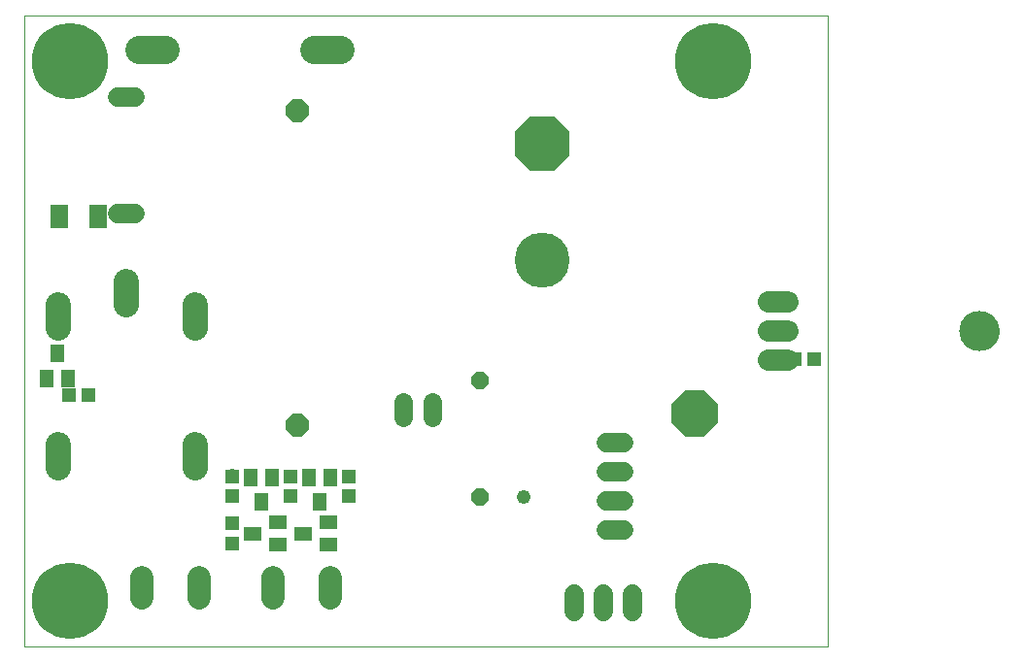
<source format=gbs>
G75*
%MOIN*%
%OFA0B0*%
%FSLAX25Y25*%
%IPPOS*%
%LPD*%
%AMOC8*
5,1,8,0,0,1.08239X$1,22.5*
%
%ADD10C,0.00000*%
%ADD11C,0.08600*%
%ADD12R,0.05131X0.04737*%
%ADD13C,0.06800*%
%ADD14C,0.09650*%
%ADD15C,0.07400*%
%ADD16C,0.13800*%
%ADD17R,0.04737X0.05131*%
%ADD18C,0.18900*%
%ADD19OC8,0.18900*%
%ADD20OC8,0.07850*%
%ADD21R,0.04737X0.06312*%
%ADD22R,0.06312X0.04737*%
%ADD23C,0.07850*%
%ADD24OC8,0.15800*%
%ADD25C,0.06400*%
%ADD26R,0.06312X0.07887*%
%ADD27OC8,0.06000*%
%ADD28C,0.26200*%
%ADD29C,0.04762*%
D10*
X0002474Y0011800D02*
X0002474Y0228335D01*
X0278065Y0228335D01*
X0278065Y0011800D01*
X0002474Y0011800D01*
X0323724Y0120068D02*
X0323726Y0120229D01*
X0323732Y0120389D01*
X0323742Y0120550D01*
X0323756Y0120710D01*
X0323774Y0120870D01*
X0323795Y0121029D01*
X0323821Y0121188D01*
X0323851Y0121346D01*
X0323884Y0121503D01*
X0323922Y0121660D01*
X0323963Y0121815D01*
X0324008Y0121969D01*
X0324057Y0122122D01*
X0324110Y0122274D01*
X0324166Y0122425D01*
X0324227Y0122574D01*
X0324290Y0122722D01*
X0324358Y0122868D01*
X0324429Y0123012D01*
X0324503Y0123154D01*
X0324581Y0123295D01*
X0324663Y0123433D01*
X0324748Y0123570D01*
X0324836Y0123704D01*
X0324928Y0123836D01*
X0325023Y0123966D01*
X0325121Y0124094D01*
X0325222Y0124219D01*
X0325326Y0124341D01*
X0325433Y0124461D01*
X0325543Y0124578D01*
X0325656Y0124693D01*
X0325772Y0124804D01*
X0325891Y0124913D01*
X0326012Y0125018D01*
X0326136Y0125121D01*
X0326262Y0125221D01*
X0326390Y0125317D01*
X0326521Y0125410D01*
X0326655Y0125500D01*
X0326790Y0125587D01*
X0326928Y0125670D01*
X0327067Y0125750D01*
X0327209Y0125826D01*
X0327352Y0125899D01*
X0327497Y0125968D01*
X0327644Y0126034D01*
X0327792Y0126096D01*
X0327942Y0126154D01*
X0328093Y0126209D01*
X0328246Y0126260D01*
X0328400Y0126307D01*
X0328555Y0126350D01*
X0328711Y0126389D01*
X0328867Y0126425D01*
X0329025Y0126456D01*
X0329183Y0126484D01*
X0329342Y0126508D01*
X0329502Y0126528D01*
X0329662Y0126544D01*
X0329822Y0126556D01*
X0329983Y0126564D01*
X0330144Y0126568D01*
X0330304Y0126568D01*
X0330465Y0126564D01*
X0330626Y0126556D01*
X0330786Y0126544D01*
X0330946Y0126528D01*
X0331106Y0126508D01*
X0331265Y0126484D01*
X0331423Y0126456D01*
X0331581Y0126425D01*
X0331737Y0126389D01*
X0331893Y0126350D01*
X0332048Y0126307D01*
X0332202Y0126260D01*
X0332355Y0126209D01*
X0332506Y0126154D01*
X0332656Y0126096D01*
X0332804Y0126034D01*
X0332951Y0125968D01*
X0333096Y0125899D01*
X0333239Y0125826D01*
X0333381Y0125750D01*
X0333520Y0125670D01*
X0333658Y0125587D01*
X0333793Y0125500D01*
X0333927Y0125410D01*
X0334058Y0125317D01*
X0334186Y0125221D01*
X0334312Y0125121D01*
X0334436Y0125018D01*
X0334557Y0124913D01*
X0334676Y0124804D01*
X0334792Y0124693D01*
X0334905Y0124578D01*
X0335015Y0124461D01*
X0335122Y0124341D01*
X0335226Y0124219D01*
X0335327Y0124094D01*
X0335425Y0123966D01*
X0335520Y0123836D01*
X0335612Y0123704D01*
X0335700Y0123570D01*
X0335785Y0123433D01*
X0335867Y0123295D01*
X0335945Y0123154D01*
X0336019Y0123012D01*
X0336090Y0122868D01*
X0336158Y0122722D01*
X0336221Y0122574D01*
X0336282Y0122425D01*
X0336338Y0122274D01*
X0336391Y0122122D01*
X0336440Y0121969D01*
X0336485Y0121815D01*
X0336526Y0121660D01*
X0336564Y0121503D01*
X0336597Y0121346D01*
X0336627Y0121188D01*
X0336653Y0121029D01*
X0336674Y0120870D01*
X0336692Y0120710D01*
X0336706Y0120550D01*
X0336716Y0120389D01*
X0336722Y0120229D01*
X0336724Y0120068D01*
X0336722Y0119907D01*
X0336716Y0119747D01*
X0336706Y0119586D01*
X0336692Y0119426D01*
X0336674Y0119266D01*
X0336653Y0119107D01*
X0336627Y0118948D01*
X0336597Y0118790D01*
X0336564Y0118633D01*
X0336526Y0118476D01*
X0336485Y0118321D01*
X0336440Y0118167D01*
X0336391Y0118014D01*
X0336338Y0117862D01*
X0336282Y0117711D01*
X0336221Y0117562D01*
X0336158Y0117414D01*
X0336090Y0117268D01*
X0336019Y0117124D01*
X0335945Y0116982D01*
X0335867Y0116841D01*
X0335785Y0116703D01*
X0335700Y0116566D01*
X0335612Y0116432D01*
X0335520Y0116300D01*
X0335425Y0116170D01*
X0335327Y0116042D01*
X0335226Y0115917D01*
X0335122Y0115795D01*
X0335015Y0115675D01*
X0334905Y0115558D01*
X0334792Y0115443D01*
X0334676Y0115332D01*
X0334557Y0115223D01*
X0334436Y0115118D01*
X0334312Y0115015D01*
X0334186Y0114915D01*
X0334058Y0114819D01*
X0333927Y0114726D01*
X0333793Y0114636D01*
X0333658Y0114549D01*
X0333520Y0114466D01*
X0333381Y0114386D01*
X0333239Y0114310D01*
X0333096Y0114237D01*
X0332951Y0114168D01*
X0332804Y0114102D01*
X0332656Y0114040D01*
X0332506Y0113982D01*
X0332355Y0113927D01*
X0332202Y0113876D01*
X0332048Y0113829D01*
X0331893Y0113786D01*
X0331737Y0113747D01*
X0331581Y0113711D01*
X0331423Y0113680D01*
X0331265Y0113652D01*
X0331106Y0113628D01*
X0330946Y0113608D01*
X0330786Y0113592D01*
X0330626Y0113580D01*
X0330465Y0113572D01*
X0330304Y0113568D01*
X0330144Y0113568D01*
X0329983Y0113572D01*
X0329822Y0113580D01*
X0329662Y0113592D01*
X0329502Y0113608D01*
X0329342Y0113628D01*
X0329183Y0113652D01*
X0329025Y0113680D01*
X0328867Y0113711D01*
X0328711Y0113747D01*
X0328555Y0113786D01*
X0328400Y0113829D01*
X0328246Y0113876D01*
X0328093Y0113927D01*
X0327942Y0113982D01*
X0327792Y0114040D01*
X0327644Y0114102D01*
X0327497Y0114168D01*
X0327352Y0114237D01*
X0327209Y0114310D01*
X0327067Y0114386D01*
X0326928Y0114466D01*
X0326790Y0114549D01*
X0326655Y0114636D01*
X0326521Y0114726D01*
X0326390Y0114819D01*
X0326262Y0114915D01*
X0326136Y0115015D01*
X0326012Y0115118D01*
X0325891Y0115223D01*
X0325772Y0115332D01*
X0325656Y0115443D01*
X0325543Y0115558D01*
X0325433Y0115675D01*
X0325326Y0115795D01*
X0325222Y0115917D01*
X0325121Y0116042D01*
X0325023Y0116170D01*
X0324928Y0116300D01*
X0324836Y0116432D01*
X0324748Y0116566D01*
X0324663Y0116703D01*
X0324581Y0116841D01*
X0324503Y0116982D01*
X0324429Y0117124D01*
X0324358Y0117268D01*
X0324290Y0117414D01*
X0324227Y0117562D01*
X0324166Y0117711D01*
X0324110Y0117862D01*
X0324057Y0118014D01*
X0324008Y0118167D01*
X0323963Y0118321D01*
X0323922Y0118476D01*
X0323884Y0118633D01*
X0323851Y0118790D01*
X0323821Y0118948D01*
X0323795Y0119107D01*
X0323774Y0119266D01*
X0323756Y0119426D01*
X0323742Y0119586D01*
X0323732Y0119747D01*
X0323726Y0119907D01*
X0323724Y0120068D01*
D11*
X0060974Y0121150D02*
X0060974Y0128950D01*
X0037474Y0129150D02*
X0037474Y0136950D01*
X0013974Y0128950D02*
X0013974Y0121150D01*
X0013974Y0080950D02*
X0013974Y0073150D01*
X0060974Y0073150D02*
X0060974Y0080950D01*
D12*
X0073724Y0070146D03*
X0073724Y0063454D03*
X0073724Y0053896D03*
X0073724Y0047204D03*
X0093724Y0063454D03*
X0093724Y0070146D03*
X0113724Y0070146D03*
X0113724Y0063454D03*
D13*
X0191224Y0029800D02*
X0191224Y0023800D01*
X0201224Y0023800D02*
X0201224Y0029800D01*
X0211224Y0029800D02*
X0211224Y0023800D01*
X0207974Y0051800D02*
X0201974Y0051800D01*
X0201974Y0061800D02*
X0207974Y0061800D01*
X0207974Y0071800D02*
X0201974Y0071800D01*
X0201974Y0081800D02*
X0207974Y0081800D01*
X0040474Y0160550D02*
X0034474Y0160550D01*
X0034474Y0200550D02*
X0040474Y0200550D01*
D14*
X0041799Y0216800D02*
X0050649Y0216800D01*
X0101799Y0216800D02*
X0110649Y0216800D01*
D15*
X0257924Y0130068D02*
X0264524Y0130068D01*
X0264524Y0120068D02*
X0257924Y0120068D01*
X0257924Y0110068D02*
X0264524Y0110068D01*
D16*
X0330224Y0120068D03*
D17*
X0273321Y0110550D03*
X0266628Y0110550D03*
X0024571Y0098050D03*
X0017878Y0098050D03*
D18*
X0179974Y0144300D03*
D19*
X0179974Y0184300D03*
D20*
X0096224Y0195800D03*
X0096224Y0087800D03*
D21*
X0099984Y0069881D03*
X0107464Y0069881D03*
X0103724Y0061219D03*
X0087464Y0069881D03*
X0079984Y0069881D03*
X0083724Y0061219D03*
X0017464Y0103719D03*
X0009984Y0103719D03*
X0013724Y0112381D03*
D22*
X0089305Y0054290D03*
X0080644Y0050550D03*
X0089305Y0046810D03*
X0098144Y0050550D03*
X0106805Y0054290D03*
X0106805Y0046810D03*
D23*
X0107317Y0035325D02*
X0107317Y0028275D01*
X0087632Y0028275D02*
X0087632Y0035325D01*
X0062317Y0035325D02*
X0062317Y0028275D01*
X0042632Y0028275D02*
X0042632Y0035325D01*
D24*
X0232474Y0091800D03*
D25*
X0142474Y0090250D02*
X0142474Y0095850D01*
X0132474Y0095850D02*
X0132474Y0090250D01*
D26*
X0027917Y0159300D03*
X0014531Y0159300D03*
D27*
X0158724Y0103050D03*
X0158724Y0063050D03*
D28*
X0238695Y0027548D03*
X0018222Y0027548D03*
X0018222Y0212587D03*
X0238695Y0212587D03*
D29*
X0107474Y0069300D03*
X0098724Y0050550D03*
X0073724Y0070550D03*
X0173724Y0063050D03*
M02*

</source>
